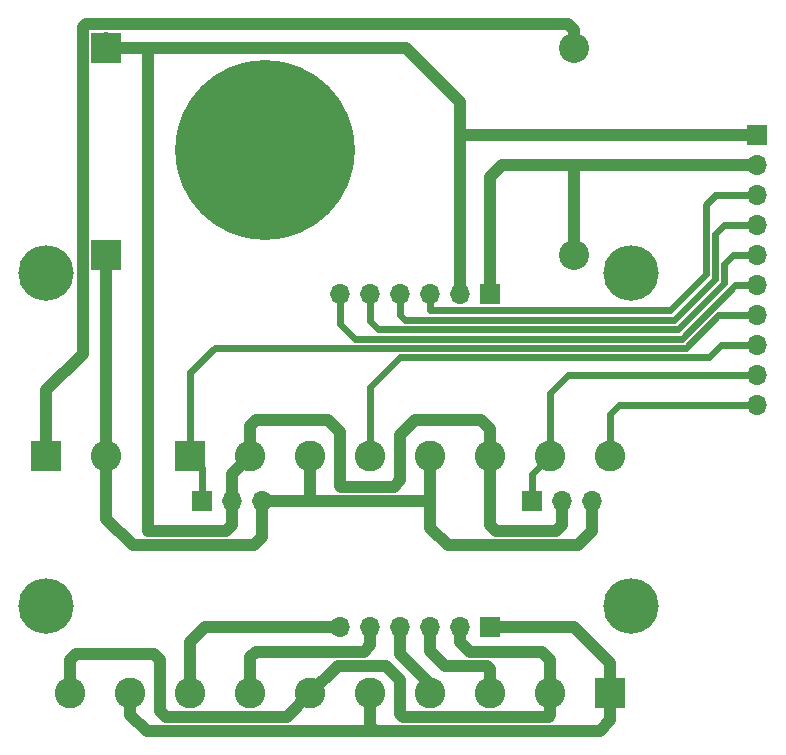
<source format=gbr>
%TF.GenerationSoftware,KiCad,Pcbnew,(5.1.7)-1*%
%TF.CreationDate,2020-11-24T03:50:03-07:00*%
%TF.ProjectId,IO 10-Pin,494f2031-302d-4506-996e-2e6b69636164,rev?*%
%TF.SameCoordinates,PX32de760PY5734380*%
%TF.FileFunction,Copper,L1,Top*%
%TF.FilePolarity,Positive*%
%FSLAX46Y46*%
G04 Gerber Fmt 4.6, Leading zero omitted, Abs format (unit mm)*
G04 Created by KiCad (PCBNEW (5.1.7)-1) date 2020-11-24 03:50:03*
%MOMM*%
%LPD*%
G01*
G04 APERTURE LIST*
%TA.AperFunction,ComponentPad*%
%ADD10O,1.700000X1.700000*%
%TD*%
%TA.AperFunction,ComponentPad*%
%ADD11R,1.700000X1.700000*%
%TD*%
%TA.AperFunction,ComponentPad*%
%ADD12C,4.700000*%
%TD*%
%TA.AperFunction,ComponentPad*%
%ADD13C,2.600000*%
%TD*%
%TA.AperFunction,ComponentPad*%
%ADD14R,2.600000X2.600000*%
%TD*%
%TA.AperFunction,ComponentPad*%
%ADD15R,2.540000X2.540000*%
%TD*%
%TA.AperFunction,ComponentPad*%
%ADD16C,2.540000*%
%TD*%
%TA.AperFunction,ComponentPad*%
%ADD17C,15.240000*%
%TD*%
%TA.AperFunction,Conductor*%
%ADD18C,0.600000*%
%TD*%
%TA.AperFunction,Conductor*%
%ADD19C,1.000000*%
%TD*%
G04 APERTURE END LIST*
D10*
%TO.P,J4,6*%
%TO.N,/9*%
X28702000Y9906000D03*
%TO.P,J4,5*%
%TO.N,/7*%
X31242000Y9906000D03*
%TO.P,J4,4*%
%TO.N,/5*%
X33782000Y9906000D03*
%TO.P,J4,3*%
%TO.N,/3*%
X36322000Y9906000D03*
%TO.P,J4,2*%
%TO.N,Net-(J2-Pad10)*%
X38862000Y9906000D03*
D11*
%TO.P,J4,1*%
%TO.N,Net-(J2-Pad1)*%
X41402000Y9906000D03*
%TD*%
D10*
%TO.P,J7,3*%
%TO.N,/GND*%
X50038000Y20574000D03*
%TO.P,J7,2*%
%TO.N,/5V*%
X47498000Y20574000D03*
D11*
%TO.P,J7,1*%
%TO.N,/D33*%
X44958000Y20574000D03*
%TD*%
D10*
%TO.P,J8,3*%
%TO.N,/GND*%
X22098000Y20574000D03*
%TO.P,J8,2*%
%TO.N,/5V*%
X19558000Y20574000D03*
D11*
%TO.P,J8,1*%
%TO.N,/A11*%
X17018000Y20574000D03*
%TD*%
D12*
%TO.P,REF\u002A\u002A,1*%
%TO.N,N/C*%
X53340000Y39878000D03*
%TD*%
%TO.P,REF\u002A\u002A,1*%
%TO.N,N/C*%
X53340000Y11684000D03*
%TD*%
%TO.P,REF\u002A\u002A,1*%
%TO.N,N/C*%
X3810000Y11684000D03*
%TD*%
%TO.P,REF\u002A\u002A,1*%
%TO.N,N/C*%
X3810000Y39878000D03*
%TD*%
D10*
%TO.P,J3,6*%
%TO.N,/A9*%
X28702000Y38100000D03*
%TO.P,J3,5*%
%TO.N,/A7*%
X31242000Y38100000D03*
%TO.P,J3,4*%
%TO.N,/A5*%
X33782000Y38100000D03*
%TO.P,J3,3*%
%TO.N,/A3*%
X36322000Y38100000D03*
%TO.P,J3,2*%
%TO.N,/5V*%
X38862000Y38100000D03*
D11*
%TO.P,J3,1*%
%TO.N,/GND*%
X41402000Y38100000D03*
%TD*%
D13*
%TO.P,J5,8*%
%TO.N,/D45*%
X51562000Y24384000D03*
%TO.P,J5,7*%
%TO.N,/D33*%
X46482000Y24384000D03*
%TO.P,J5,6*%
%TO.N,/5V*%
X41402000Y24384000D03*
%TO.P,J5,5*%
%TO.N,/GND*%
X36322000Y24384000D03*
%TO.P,J5,4*%
%TO.N,/A13*%
X31242000Y24384000D03*
%TO.P,J5,3*%
%TO.N,/GND*%
X26162000Y24384000D03*
%TO.P,J5,2*%
%TO.N,/5V*%
X21082000Y24384000D03*
D14*
%TO.P,J5,1*%
%TO.N,/A11*%
X16002000Y24384000D03*
%TD*%
D13*
%TO.P,J6,2*%
%TO.N,/GND*%
X8890000Y24384000D03*
D14*
%TO.P,J6,1*%
%TO.N,/VIN*%
X3810000Y24384000D03*
%TD*%
D13*
%TO.P,J2,10*%
%TO.N,Net-(J2-Pad10)*%
X5842000Y4318000D03*
%TO.P,J2,9*%
%TO.N,Net-(J2-Pad1)*%
X10922000Y4318000D03*
%TO.P,J2,8*%
%TO.N,/9*%
X16002000Y4318000D03*
%TO.P,J2,7*%
%TO.N,/7*%
X21082000Y4318000D03*
%TO.P,J2,6*%
%TO.N,Net-(J2-Pad10)*%
X26162000Y4318000D03*
%TO.P,J2,5*%
%TO.N,Net-(J2-Pad1)*%
X31242000Y4318000D03*
%TO.P,J2,4*%
%TO.N,/5*%
X36322000Y4318000D03*
%TO.P,J2,3*%
%TO.N,/3*%
X41402000Y4318000D03*
%TO.P,J2,2*%
%TO.N,Net-(J2-Pad10)*%
X46482000Y4318000D03*
D14*
%TO.P,J2,1*%
%TO.N,Net-(J2-Pad1)*%
X51562000Y4318000D03*
%TD*%
D15*
%TO.P,T1,4*%
%TO.N,/5V*%
X8890000Y58928000D03*
%TO.P,T1,3*%
%TO.N,/GND*%
X8890000Y41402000D03*
D16*
%TO.P,T1,2*%
%TO.N,/VIN*%
X48514000Y58928000D03*
%TO.P,T1,1*%
%TO.N,/GND*%
X48514000Y41402000D03*
D17*
%TO.P,T1,*%
%TO.N,*%
X22352000Y50292000D03*
%TD*%
D10*
%TO.P,J1,10*%
%TO.N,/D45*%
X64008000Y28702000D03*
%TO.P,J1,9*%
%TO.N,/D33*%
X64008000Y31242000D03*
%TO.P,J1,8*%
%TO.N,/A13*%
X64008000Y33782000D03*
%TO.P,J1,7*%
%TO.N,/A11*%
X64008000Y36322000D03*
%TO.P,J1,6*%
%TO.N,/A9*%
X64008000Y38862000D03*
%TO.P,J1,5*%
%TO.N,/A7*%
X64008000Y41402000D03*
%TO.P,J1,4*%
%TO.N,/A5*%
X64008000Y43942000D03*
%TO.P,J1,3*%
%TO.N,/A3*%
X64008000Y46482000D03*
%TO.P,J1,2*%
%TO.N,/GND*%
X64008000Y49022000D03*
D11*
%TO.P,J1,1*%
%TO.N,/5V*%
X64008000Y51562000D03*
%TD*%
D18*
%TO.N,/D45*%
X61468000Y28702000D02*
X52324000Y28702000D01*
X51562000Y27940000D02*
X51562000Y24384000D01*
X52324000Y28702000D02*
X51562000Y27940000D01*
X61468000Y28702000D02*
X64008000Y28702000D01*
%TO.N,/D33*%
X44958000Y22860000D02*
X46482000Y24384000D01*
X44958000Y20574000D02*
X44958000Y22860000D01*
X61468000Y31242000D02*
X48006000Y31242000D01*
X46482000Y29718000D02*
X46482000Y24384000D01*
X48006000Y31242000D02*
X46482000Y29718000D01*
X61468000Y31242000D02*
X64008000Y31242000D01*
%TO.N,/A13*%
X31242000Y30226000D02*
X31242000Y24384000D01*
X33765949Y32749949D02*
X31242000Y30226000D01*
X59927949Y32749949D02*
X33765949Y32749949D01*
X60960000Y33782000D02*
X59927949Y32749949D01*
X64008000Y33782000D02*
X60960000Y33782000D01*
%TO.N,/A11*%
X17018000Y23368000D02*
X16002000Y24384000D01*
X17018000Y20574000D02*
X17018000Y23368000D01*
X16002000Y31496000D02*
X16002000Y24384000D01*
X18055959Y33549959D02*
X16002000Y31496000D01*
X57933959Y33549959D02*
X18055959Y33549959D01*
X60706000Y36322000D02*
X57933959Y33549959D01*
X64008000Y36322000D02*
X60706000Y36322000D01*
%TO.N,/A9*%
X62114616Y38862000D02*
X64008000Y38862000D01*
X57602585Y34349969D02*
X62114616Y38862000D01*
X29912031Y34349969D02*
X57602585Y34349969D01*
X28702000Y35560000D02*
X29912031Y34349969D01*
X28702000Y38100000D02*
X28702000Y35560000D01*
%TO.N,/A7*%
X61976000Y41402000D02*
X64008000Y41402000D01*
X61214000Y40640000D02*
X61976000Y41402000D01*
X61214000Y39092768D02*
X61214000Y40640000D01*
X57271211Y35149979D02*
X61214000Y39092768D01*
X31906021Y35149979D02*
X57271211Y35149979D01*
X31242000Y35814000D02*
X31906021Y35149979D01*
X31242000Y38100000D02*
X31242000Y35814000D01*
%TO.N,/A5*%
X33782000Y36322000D02*
X33782000Y38100000D01*
X34154011Y35949989D02*
X33782000Y36322000D01*
X56939837Y35949989D02*
X34154011Y35949989D01*
X60413990Y39424142D02*
X56939837Y35949989D01*
X60413990Y43180000D02*
X60413990Y39424142D01*
X61175990Y43942000D02*
X60413990Y43180000D01*
X64008000Y43942000D02*
X61175990Y43942000D01*
%TO.N,/A3*%
X56608463Y36749999D02*
X36322000Y36749999D01*
X59613980Y39801980D02*
X56608463Y36796463D01*
X36322000Y36749999D02*
X36322000Y38100000D01*
X59613980Y45643980D02*
X59613980Y39801980D01*
X56608463Y36796463D02*
X56608463Y36749999D01*
X60452000Y46482000D02*
X59613980Y45643980D01*
X64008000Y46482000D02*
X60452000Y46482000D01*
D19*
%TO.N,/GND*%
X22098000Y20574000D02*
X22352000Y20574000D01*
X22098000Y20214849D02*
X22098000Y20574000D01*
X8890000Y41402000D02*
X8890000Y24384000D01*
X8890000Y19050000D02*
X8890000Y24384000D01*
X11106010Y16833990D02*
X8890000Y19050000D01*
X21405990Y16833990D02*
X11106010Y16833990D01*
X22098000Y17526000D02*
X21405990Y16833990D01*
X22098000Y20574000D02*
X22098000Y17526000D01*
X37776010Y16833990D02*
X48837990Y16833990D01*
X36322000Y18288000D02*
X37776010Y16833990D01*
X50038000Y18034000D02*
X50038000Y20574000D01*
X48837990Y16833990D02*
X50038000Y18034000D01*
X36322000Y20574000D02*
X36322000Y18288000D01*
X36322000Y24384000D02*
X36322000Y20574000D01*
X26162000Y20828000D02*
X26416000Y20574000D01*
X26162000Y24384000D02*
X26162000Y20828000D01*
X26416000Y20574000D02*
X36322000Y20574000D01*
X22098000Y20574000D02*
X26416000Y20574000D01*
X41402000Y48006000D02*
X41402000Y38100000D01*
X42418000Y49022000D02*
X41402000Y48006000D01*
X48514000Y48768000D02*
X48768000Y49022000D01*
X48514000Y41402000D02*
X48514000Y48768000D01*
X48768000Y49022000D02*
X42418000Y49022000D01*
X61468000Y49022000D02*
X48768000Y49022000D01*
X61468000Y49022000D02*
X64008000Y49022000D01*
%TO.N,/5V*%
X8890000Y58928000D02*
X8890000Y59820002D01*
X19558000Y22860000D02*
X21082000Y24384000D01*
X19558000Y20574000D02*
X19558000Y22860000D01*
X19558000Y20574000D02*
X19558000Y18542000D01*
X19558000Y18542000D02*
X19050000Y18034000D01*
X19050000Y18034000D02*
X12446000Y18034000D01*
X12446000Y18034000D02*
X12446000Y58420000D01*
X41402000Y18542000D02*
X41402000Y24384000D01*
X46990000Y18034000D02*
X41910000Y18034000D01*
X47498000Y18542000D02*
X46990000Y18034000D01*
X41910000Y18034000D02*
X41402000Y18542000D01*
X47498000Y20574000D02*
X47498000Y18542000D01*
X21082000Y24384000D02*
X21082000Y26670000D01*
X21082000Y26670000D02*
X21082000Y26924000D01*
X21082000Y26924000D02*
X21590000Y27432000D01*
X21590000Y27432000D02*
X27686000Y27432000D01*
X27686000Y27432000D02*
X28702000Y26416000D01*
X28702000Y21844000D02*
X28771990Y21774010D01*
X28702000Y26416000D02*
X28702000Y21844000D01*
X28771990Y21774010D02*
X29210000Y21774010D01*
X41402000Y26670000D02*
X41402000Y24384000D01*
X40640000Y27432000D02*
X41402000Y26670000D01*
X35052000Y27432000D02*
X40640000Y27432000D01*
X33782000Y26162000D02*
X35052000Y27432000D01*
X33782000Y22352000D02*
X33782000Y26162000D01*
X33204010Y21774010D02*
X33782000Y22352000D01*
X28771990Y21774010D02*
X33204010Y21774010D01*
X38862000Y50038000D02*
X38862000Y38100000D01*
X34290000Y58928000D02*
X38862000Y54356000D01*
X39116000Y51562000D02*
X38862000Y51816000D01*
X61468000Y51562000D02*
X39116000Y51562000D01*
X38862000Y51816000D02*
X38862000Y50038000D01*
X38862000Y54356000D02*
X38862000Y51816000D01*
X12446000Y58420000D02*
X12446000Y58928000D01*
X12446000Y58928000D02*
X34290000Y58928000D01*
X8890000Y58928000D02*
X12446000Y58928000D01*
X61468000Y51562000D02*
X64008000Y51562000D01*
%TO.N,/VIN*%
X47945988Y61020012D02*
X48514000Y60452000D01*
X7182010Y61020012D02*
X47945988Y61020012D01*
X6860001Y60698003D02*
X7182010Y61020012D01*
X6860001Y33022001D02*
X6860001Y60698003D01*
X3810000Y29972000D02*
X6860001Y33022001D01*
X48514000Y60452000D02*
X48514000Y58928000D01*
X3810000Y24384000D02*
X3810000Y29972000D01*
%TO.N,Net-(J2-Pad10)*%
X46482000Y7112000D02*
X46482000Y4318000D01*
X45746001Y7847999D02*
X46482000Y7112000D01*
X28491989Y6647989D02*
X26162000Y4318000D01*
X33782000Y2540000D02*
X33782000Y5414930D01*
X33782000Y5414930D02*
X32548941Y6647989D01*
X34004000Y2318000D02*
X33782000Y2540000D01*
X46482000Y2479523D02*
X46320477Y2318000D01*
X32548941Y6647989D02*
X28491989Y6647989D01*
X46320477Y2318000D02*
X34004000Y2318000D01*
X46482000Y4318000D02*
X46482000Y2479523D01*
X6350000Y7620000D02*
X5842000Y7112000D01*
X12954000Y7620000D02*
X6350000Y7620000D01*
X13462000Y7112000D02*
X12954000Y7620000D01*
X5842000Y7112000D02*
X5842000Y4318000D01*
X13462000Y2794000D02*
X13462000Y7112000D01*
X13938001Y2317999D02*
X13462000Y2794000D01*
X24162000Y2318000D02*
X13938001Y2317999D01*
X26162000Y4318000D02*
X24162000Y2318000D01*
X45746001Y7847999D02*
X39650001Y7847999D01*
X38862000Y8636000D02*
X38862000Y9906000D01*
X39650001Y7847999D02*
X38862000Y8636000D01*
%TO.N,Net-(J2-Pad1)*%
X10922000Y2479523D02*
X12283533Y1117990D01*
X10922000Y4318000D02*
X10922000Y2479523D01*
X51562000Y2032000D02*
X51562000Y4318000D01*
X50647990Y1117990D02*
X51562000Y2032000D01*
X31242000Y4318000D02*
X31242000Y1524000D01*
X31648010Y1117990D02*
X50647990Y1117990D01*
X31242000Y1524000D02*
X31648010Y1117990D01*
X12283533Y1117990D02*
X31648010Y1117990D01*
X41402000Y9906000D02*
X48514000Y9906000D01*
X51562000Y6858000D02*
X51562000Y4318000D01*
X48514000Y9906000D02*
X51562000Y6858000D01*
%TO.N,/9*%
X28702000Y9906000D02*
X17272000Y9906000D01*
X16002000Y8636000D02*
X16002000Y4318000D01*
X17272000Y9906000D02*
X16002000Y8636000D01*
D18*
%TO.N,/7*%
X21358001Y4972003D02*
X21358001Y4723999D01*
D19*
X21082000Y7366000D02*
X21082000Y4318000D01*
X21563999Y7847999D02*
X21082000Y7366000D01*
X21563999Y7847999D02*
X30707999Y7847999D01*
X31242000Y8382000D02*
X31242000Y9906000D01*
X30707999Y7847999D02*
X31242000Y8382000D01*
%TO.N,/5*%
X36322000Y4572000D02*
X36322000Y4318000D01*
X36322000Y4318000D02*
X36322000Y5080000D01*
X33782000Y7620000D02*
X33782000Y9906000D01*
X36322000Y5080000D02*
X33782000Y7620000D01*
D18*
%TO.N,/3*%
X41678001Y4972003D02*
X41678001Y4723999D01*
X41678001Y4723999D02*
X40742001Y3787999D01*
D19*
X41402000Y6350000D02*
X41402000Y4318000D01*
X41148000Y6604000D02*
X41402000Y6350000D01*
X40850011Y6647989D02*
X37548011Y6647989D01*
X40894000Y6604000D02*
X40850011Y6647989D01*
X41148000Y6604000D02*
X40894000Y6604000D01*
X36322000Y7874000D02*
X36322000Y9906000D01*
X37548011Y6647989D02*
X36322000Y7874000D01*
%TD*%
M02*

</source>
